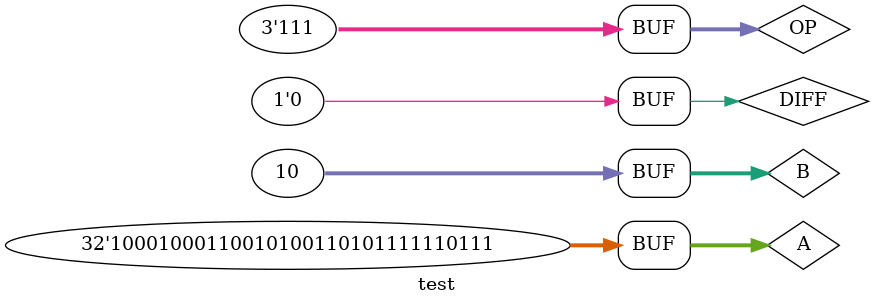
<source format=v>
`timescale 1ns / 1ps


module test;

	// Inputs
	reg [31:0] A;
	reg [31:0] B;
	reg DIFF;
	reg [2:0] OP;

	// Outputs
	wire [31:0] RES;
	wire CY;

	// Instantiate the Unit Under Test (UUT)
	ALU_STRUCTURAL uut (
		.A(A), 
		.B(B), 
		.DIFF(DIFF), 
		.OP(OP), 
		.RES(RES),
		.CY(CY)
	);
	
	initial begin
		// Initialize Inputs
		A = 0;
		B = 0;
		DIFF = 0;
		OP = 0;

		// Wait 100 ns for global reset to finish
		#10;
 
		// Add stimulus here
		A <= -2147483648;
		B <= 0;
		DIFF <= 1;
		OP <= 0;
		
		//AND
		#10
		A <= 35230;
		B <= 3;
		DIFF <= 0;
		OP <= 4;
		
		#10
		A <= 335230;
		B <= 30;
		DIFF <= 0;
		OP <= 2;
		
		#10
		A <= 2000000009;
		B <= 3;
		DIFF <= 0;
		OP <= 6;
				
		
		//XOR
		#10
		A <= 35230;
		B <= 3;
		DIFF <= 0;
		OP <= 3;
		
		#10
		A <= 3532230;
		B <= 5;
		DIFF <= 0;
		OP <= 1;
		
		#10
		A <= 5;
		B <= 1;
		DIFF <= 0;
		OP <= 5;
		
		#10
		A <= -2000000009;
		B <= 3;
		DIFF <= 0;
		OP <= 7;
		
		#10
		A <= -4000000009;
		B <= 4;
		DIFF <= 1;
		OP <= 0;
	
		#10
		A <= -4000000009;
		B <= 2;
		DIFF <= 0;
		OP <= 0;
		
				
		//2's COMP
		#10
		A <= 1135230;
		B <= 4;
		DIFF <= 0;
		OP <= 7;
		
		#10
		A <= -1135230;
		B <= 4;
		DIFF <= 0;
		OP <= 7;
		
		#10
		A <= 35230;
		B <= 3;
		DIFF <= 0;
		OP <= 7;
		
		#10
		A <= 5;
		B <= 1;
		DIFF <= 0;
		OP <= 7;
								
		#10
		A <= 2000000009;
		B <= 5;
		DIFF <= 0;
		OP <= 7;
				
		#10
		A <= -2000000009;
		B <= 2;
		DIFF <= 0;
		OP <= 7;
				
		#10
		A <= -2000000009;
		B <= 10;
		DIFF <= 0;
		OP <= 7;

	end
      
endmodule


</source>
